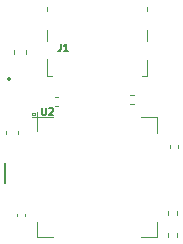
<source format=gbr>
%TF.GenerationSoftware,KiCad,Pcbnew,5.99.0-unknown-a208dac8d8~131~ubuntu20.04.1*%
%TF.CreationDate,2021-09-06T21:34:53-05:00*%
%TF.ProjectId,minimum,6d696e69-6d75-46d2-9e6b-696361645f70,rev?*%
%TF.SameCoordinates,Original*%
%TF.FileFunction,Legend,Top*%
%TF.FilePolarity,Positive*%
%FSLAX46Y46*%
G04 Gerber Fmt 4.6, Leading zero omitted, Abs format (unit mm)*
G04 Created by KiCad (PCBNEW 5.99.0-unknown-a208dac8d8~131~ubuntu20.04.1) date 2021-09-06 21:34:53*
%MOMM*%
%LPD*%
G01*
G04 APERTURE LIST*
%ADD10C,0.150000*%
%ADD11C,0.120000*%
%ADD12C,0.200000*%
G04 APERTURE END LIST*
D10*
%TO.C,U2*%
X95332857Y-66701428D02*
X95332857Y-67187142D01*
X95361428Y-67244285D01*
X95390000Y-67272857D01*
X95447142Y-67301428D01*
X95561428Y-67301428D01*
X95618571Y-67272857D01*
X95647142Y-67244285D01*
X95675714Y-67187142D01*
X95675714Y-66701428D01*
X95932857Y-66758571D02*
X95961428Y-66730000D01*
X96018571Y-66701428D01*
X96161428Y-66701428D01*
X96218571Y-66730000D01*
X96247142Y-66758571D01*
X96275714Y-66815714D01*
X96275714Y-66872857D01*
X96247142Y-66958571D01*
X95904285Y-67301428D01*
X96275714Y-67301428D01*
%TO.C,J1*%
X96910000Y-61341428D02*
X96910000Y-61770000D01*
X96881428Y-61855714D01*
X96824285Y-61912857D01*
X96738571Y-61941428D01*
X96681428Y-61941428D01*
X97510000Y-61941428D02*
X97167142Y-61941428D01*
X97338571Y-61941428D02*
X97338571Y-61341428D01*
X97281428Y-61427142D01*
X97224285Y-61484285D01*
X97167142Y-61512857D01*
D11*
%TO.C,U2*%
X96250000Y-67500000D02*
X94500000Y-67500000D01*
X105100000Y-77700000D02*
X105100000Y-76350000D01*
X103750000Y-67500000D02*
X105100000Y-67500000D01*
X105100000Y-67500000D02*
X105100000Y-68850000D01*
X94900000Y-77700000D02*
X94900000Y-76350000D01*
X96250000Y-77700000D02*
X94900000Y-77700000D01*
X103750000Y-77700000D02*
X105100000Y-77700000D01*
X94900000Y-67100000D02*
X94900000Y-68700000D01*
X94760000Y-67370000D02*
X94510000Y-67370000D01*
X94510000Y-67370000D02*
X94510000Y-67120000D01*
X94510000Y-67120000D02*
X94760000Y-67120000D01*
X94760000Y-67120000D02*
X94760000Y-67370000D01*
%TO.C,R4*%
X106020000Y-77653641D02*
X106020000Y-77346359D01*
X106780000Y-77653641D02*
X106780000Y-77346359D01*
%TO.C,C8*%
X106140000Y-69892164D02*
X106140000Y-70107836D01*
X106860000Y-69892164D02*
X106860000Y-70107836D01*
D10*
%TO.C,D1*%
X92230000Y-71400000D02*
X92230000Y-73070000D01*
D11*
%TO.C,R3*%
X106020000Y-75466359D02*
X106020000Y-75773641D01*
X106780000Y-75466359D02*
X106780000Y-75773641D01*
%TO.C,R6*%
X103123641Y-65670000D02*
X102816359Y-65670000D01*
X103123641Y-66430000D02*
X102816359Y-66430000D01*
%TO.C,R7*%
X96733641Y-65780000D02*
X96426359Y-65780000D01*
X96733641Y-66540000D02*
X96426359Y-66540000D01*
D12*
%TO.C,U4*%
X92660000Y-64280000D02*
G75*
G03*
X92660000Y-64280000I-100000J0D01*
G01*
D11*
%TO.C,C18*%
X93320000Y-68669420D02*
X93320000Y-68950580D01*
X92300000Y-68669420D02*
X92300000Y-68950580D01*
%TO.C,C17*%
X92990000Y-62140580D02*
X92990000Y-61859420D01*
X94010000Y-62140580D02*
X94010000Y-61859420D01*
%TO.C,J1*%
X95800000Y-62600000D02*
X95800000Y-64000000D01*
X104200000Y-58550000D02*
X104200000Y-58150000D01*
X104200000Y-64000000D02*
X104200000Y-62650000D01*
X104200000Y-61050000D02*
X104200000Y-60150000D01*
X95800000Y-58150000D02*
X95800000Y-58550000D01*
X95800000Y-64000000D02*
X96200000Y-64000000D01*
X95800000Y-60150000D02*
X95800000Y-61100000D01*
X103800000Y-64000000D02*
X104200000Y-64000000D01*
%TO.C,C9*%
X93190000Y-75897836D02*
X93190000Y-75682164D01*
X93910000Y-75897836D02*
X93910000Y-75682164D01*
%TD*%
M02*

</source>
